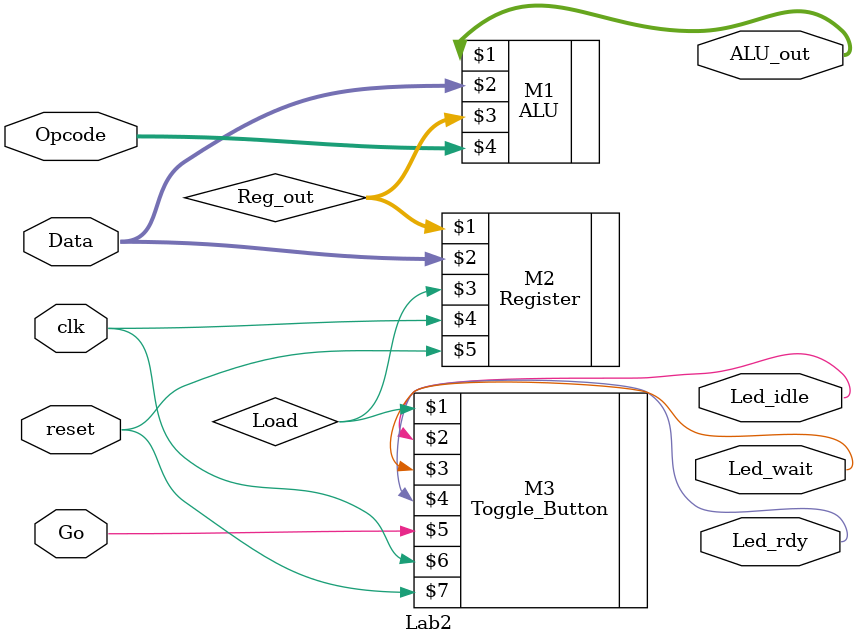
<source format=v>
module Lab2 (
	output [4:0] ALU_out,
	output Led_idle, Led_wait, Led_rdy,
	input [3:0] Data,
	input [2:0] Opcode,
	input Go,
	input clk,reset
);
	wire [3:0] Reg_out;
	
	ALU				M1 (ALU_out, Data, Reg_out, Opcode);
	Register			M2 (Reg_out, Data, Load, clk, reset);
	Toggle_Button	M3 (Load, Led_idle, Led_wait, Led_rdy, Go, clk, reset);
	
endmodule

</source>
